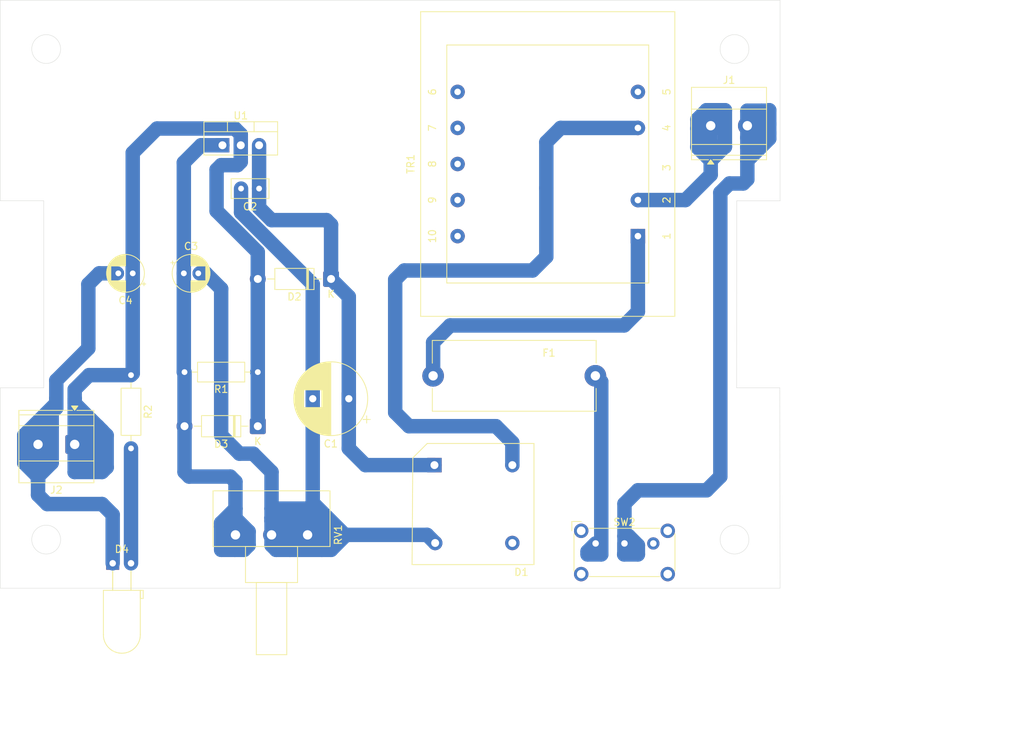
<source format=kicad_pcb>
(kicad_pcb (version 20241229) (generator "pcbnew") (generator_version "9.0")
  (layers (0 "F.Cu" signal) (2 "B.Cu" signal) (13 "F.Paste" user) (15 "B.Paste" user) (5 "F.SilkS" user "F.Silkscreen") (7 "B.SilkS" user "B.Silkscreen") (1 "F.Mask" user) (3 "B.Mask" user) (25 "Edge.Cuts" user))
  (net 0 "")
  (net 1 "GND")
  (net 2 "Net-(D1-+)")
  (net 3 "Net-(D3-A)")
  (net 4 "+VDC")
  (net 5 "Net-(D1-Pad4)")
  (net 6 "Net-(D1-Pad3)")
  (net 7 "Net-(D4-A)")
  (net 8 "Net-(F1-Pad2)")
  (net 9 "Net-(SW2-B)")
  (net 10 "Net-(J1-Pin_1)")
  (net 11 "Net-(J1-Pin_2)")
  (footprint "Fuse:Fuseholder_Cylinder-5x20mm_Schurter_0031_8201_Horizontal_Open" (layer "F.Cu") (at 182.7 110.49 180)
    (property "Reference" "F1" (at 6.44 3.17 0) (layer "F.SilkS"))
    (property "Value" "Fuse")
    (pad "" np_thru_hole circle (at 11.25 0 180) (size 2.7 2.7) (drill 2.7) (layers "*.Cu" "*.Mask"))
    (pad "1" thru_hole circle (at 0 0 180) (size 3 3) (drill 1.3) (layers "*.Cu" "*.Mask") (net 9 "Net-(SW2-B)"))
    (pad "2" thru_hole circle (at 22.5 0 180) (size 3 3) (drill 1.3) (layers "*.Cu" "*.Mask") (net 8 "Net-(F1-Pad2)"))
  )
  (footprint "Transformer_THT:Transformer_Breve_TEZ-35x42" (layer "F.Cu") (at 188.595 91.12 90)
    (property "Reference" "TR1" (at 10 -31.5 90) (layer "F.SilkS"))
    (property "Value" "35-40V 2A")
    (fp_text user "3" (at 9.5 4 90) (layer "F.SilkS"))
    (fp_text user "1" (at 0 4 90) (layer "F.SilkS"))
    (fp_text user "4" (at 15 4 90) (layer "F.SilkS"))
    (fp_text user "7" (at 15 -28.5 90) (layer "F.SilkS"))
    (fp_text user "9" (at 5 -28.5 90) (layer "F.SilkS"))
    (fp_text user "8" (at 10 -28.5 90) (layer "F.SilkS"))
    (fp_text user "5" (at 20 4 90) (layer "F.SilkS"))
    (fp_text user "10" (at 0 -28.5 90) (layer "F.SilkS"))
    (fp_text user "2" (at 5 4 90) (layer "F.SilkS"))
    (fp_text user "6" (at 20 -28.5 90) (layer "F.SilkS"))
    (pad "1" thru_hole rect (at 0 0 90) (size 2 2) (drill 0.9) (layers "*.Cu" "*.Mask") (net 8 "Net-(F1-Pad2)"))
    (pad "2" thru_hole circle (at 5 0 90) (size 2 2) (drill 0.9) (layers "*.Cu" "*.Mask") (net 10 "Net-(J1-Pin_1)"))
    (pad "4" thru_hole circle (at 15 0 90) (size 2 2) (drill 0.9) (layers "*.Cu" "*.Mask") (net 5 "Net-(D1-Pad4)"))
    (pad "5" thru_hole circle (at 20 0 90) (size 2 2) (drill 0.9) (layers "*.Cu" "*.Mask"))
    (pad "6" thru_hole circle (at 20 -25 90) (size 2 2) (drill 0.9) (layers "*.Cu" "*.Mask"))
    (pad "7" thru_hole circle (at 15 -25 90) (size 2 2) (drill 0.9) (layers "*.Cu" "*.Mask"))
    (pad "8" thru_hole circle (at 10 -25 90) (size 2 2) (drill 0.9) (layers "*.Cu" "*.Mask"))
    (pad "9" thru_hole circle (at 5 -25 90) (size 2 2) (drill 0.9) (layers "*.Cu" "*.Mask"))
    (pad "10" thru_hole circle (at 0 -25 90) (size 2 2) (drill 0.9) (layers "*.Cu" "*.Mask"))
  )
  (footprint "Resistor_THT:R_Axial_DIN0207_L6.3mm_D2.5mm_P10.16mm_Horizontal" (layer "F.Cu") (at 135.89 109.975 180)
    (property "Reference" "R1" (at 5.08 -2.37 0) (layer "F.SilkS"))
    (property "Value" "220R")
    (pad "1" thru_hole circle (at 0 0 180) (size 1.6 1.6) (drill 0.8) (layers "*.Cu" "*.Mask") (net 4 "+VDC"))
    (pad "2" thru_hole circle (at 10.16 0 180) (size 1.6 1.6) (drill 0.8) (layers "*.Cu" "*.Mask") (net 3 "Net-(D3-A)"))
  )
  (footprint "Capacitor_THT:C_Disc_D5.0mm_W2.5mm_P2.50mm" (layer "F.Cu") (at 136.07 84.527112 180)
    (property "Reference" "C2" (at 1.25 -2.5 0) (layer "F.SilkS"))
    (property "Value" "100nF")
    (pad "1" thru_hole circle (at 0 0 180) (size 1.6 1.6) (drill 0.8) (layers "*.Cu" "*.Mask") (net 2 "Net-(D1-+)"))
    (pad "2" thru_hole circle (at 2.5 0 180) (size 1.6 1.6) (drill 0.8) (layers "*.Cu" "*.Mask") (net 1 "GND"))
  )
  (footprint "Capacitor_THT:CP_Radial_D5.0mm_P2.00mm" (layer "F.Cu") (at 125.635 96.28)
    (property "Reference" "C3" (at 1 -3.75 0) (layer "F.SilkS"))
    (property "Value" "10uF")
    (pad "1" thru_hole roundrect (at 0 0) (size 1.6 1.6) (drill 0.8) (layers "*.Cu" "*.Mask") (roundrect_rratio 0.15625) (net 3 "Net-(D3-A)"))
    (pad "2" thru_hole circle (at 2 0) (size 1.6 1.6) (drill 0.8) (layers "*.Cu" "*.Mask") (net 1 "GND"))
  )
  (footprint "Capacitor_THT:CP_Radial_D5.0mm_P2.00mm" (layer "F.Cu") (at 118.55 96.28 180)
    (property "Reference" "C4" (at 1 -3.75 0) (layer "F.SilkS"))
    (property "Value" "10uF 50V")
    (pad "1" thru_hole roundrect (at 0 0 180) (size 1.6 1.6) (drill 0.8) (layers "*.Cu" "*.Mask") (roundrect_rratio 0.15625) (net 4 "+VDC"))
    (pad "2" thru_hole circle (at 2 0 180) (size 1.6 1.6) (drill 0.8) (layers "*.Cu" "*.Mask") (net 1 "GND"))
  )
  (footprint "TerminalBlock_Phoenix:TerminalBlock_Phoenix_MKDS-1,5-2-5.08_1x02_P5.08mm_Horizontal" (layer "F.Cu") (at 110.5 120 180)
    (property "Reference" "J2" (at 2.54 -6.32 0) (layer "F.SilkS"))
    (property "Value" "1,5-30V 1,5A")
    (pad "1" thru_hole roundrect (at 0 0 180) (size 2.6 2.6) (drill 1.3) (layers "*.Cu" "*.Mask") (roundrect_rratio 0.096154) (net 4 "+VDC"))
    (pad "2" thru_hole circle (at 5.08 0 180) (size 2.6 2.6) (drill 1.3) (layers "*.Cu" "*.Mask") (net 1 "GND"))
  )
  (footprint "Diode_THT:Diode_Bridge_16.7x16.7x6.3mm_P10.8mm" (layer "F.Cu") (at 160.385 122.87)
    (property "Reference" "D1" (at 12.05 14.85 180) (layer "F.SilkS"))
    (property "Value" "MDB6S")
    (pad "1" thru_hole rect (at 0 0 180) (size 2 2) (drill 1.1) (layers "*.Cu" "*.Mask") (net 2 "Net-(D1-+)"))
    (pad "2" thru_hole circle (at 0.1 10.8 180) (size 2 2) (drill 1.1) (layers "*.Cu" "*.Mask") (net 1 "GND"))
    (pad "3" thru_hole circle (at 10.8 10.8 180) (size 2 2) (drill 1.1) (layers "*.Cu" "*.Mask") (net 6 "Net-(D1-Pad3)"))
    (pad "4" thru_hole circle (at 10.8 0 180) (size 2 2) (drill 1.1) (layers "*.Cu" "*.Mask") (net 5 "Net-(D1-Pad4)"))
  )
  (footprint "Diode_THT:D_DO-41_SOD81_P10.16mm_Horizontal" (layer "F.Cu") (at 135.89 117.475 180)
    (property "Reference" "D3" (at 5.08 -2.47 0) (layer "F.SilkS"))
    (property "Value" "1N4002")
    (fp_text user "K" (at 0 -2.1 0) (layer "F.SilkS"))
    (pad "1" thru_hole roundrect (at 0 0 180) (size 2.2 2.2) (drill 1.1) (layers "*.Cu" "*.Mask") (roundrect_rratio 0.113636) (net 4 "+VDC"))
    (pad "2" thru_hole circle (at 10.16 0 180) (size 2.2 2.2) (drill 1.1) (layers "*.Cu" "*.Mask") (net 3 "Net-(D3-A)"))
  )
  (footprint "Button_Switch_THT:SW_E-Switch_EG1224_SPDT_Angled" (layer "F.Cu") (at 182.7325 133.7325)
    (property "Reference" "SW2" (at 4 -2.95 0) (layer "F.SilkS"))
    (property "Value" "SW_SPST")
    (pad "" thru_hole circle (at -2 -1.75) (size 2 2) (drill 1.2) (layers "*.Cu" "*.Mask"))
    (pad "" thru_hole circle (at -2 4.25) (size 2 2) (drill 1.2) (layers "*.Cu" "*.Mask"))
    (pad "" thru_hole circle (at 10 -1.75) (size 2 2) (drill 1.2) (layers "*.Cu" "*.Mask"))
    (pad "" thru_hole circle (at 10 4.25) (size 2 2) (drill 1.2) (layers "*.Cu" "*.Mask"))
    (pad "1" thru_hole circle (at 0 0) (size 1.7 1.7) (drill 0.9) (layers "*.Cu" "*.Mask") (net 9 "Net-(SW2-B)"))
    (pad "2" thru_hole circle (at 4 0) (size 1.7 1.7) (drill 0.9) (layers "*.Cu" "*.Mask") (net 11 "Net-(J1-Pin_2)"))
    (pad "3" thru_hole circle (at 8 0) (size 1.7 1.7) (drill 0.9) (layers "*.Cu" "*.Mask"))
  )
  (footprint "Package_TO_SOT_THT:TO-220-3_Vertical" (layer "F.Cu") (at 130.99 78.52)
    (property "Reference" "U1" (at 2.54 -4.1 0) (layer "F.SilkS"))
    (property "Value" "LM317_TO-220")
    (pad "1" thru_hole rect (at 0 0) (size 1.905 2) (drill 1.1) (layers "*.Cu" "*.Mask") (net 3 "Net-(D3-A)"))
    (pad "2" thru_hole oval (at 2.54 0) (size 1.905 2) (drill 1.1) (layers "*.Cu" "*.Mask") (net 4 "+VDC"))
    (pad "3" thru_hole oval (at 5.08 0) (size 1.905 2) (drill 1.1) (layers "*.Cu" "*.Mask") (net 2 "Net-(D1-+)"))
  )
  (footprint "Resistor_THT:R_Axial_DIN0207_L6.3mm_D2.5mm_P10.16mm_Horizontal" (layer "F.Cu") (at 118.31 110.395 -90)
    (property "Reference" "R2" (at 5.08 -2.37 90) (layer "F.SilkS"))
    (property "Value" "1K")
    (pad "1" thru_hole circle (at 0 0 270) (size 1.6 1.6) (drill 0.8) (layers "*.Cu" "*.Mask") (net 4 "+VDC"))
    (pad "2" thru_hole circle (at 10.16 0 270) (size 1.6 1.6) (drill 0.8) (layers "*.Cu" "*.Mask") (net 7 "Net-(D4-A)"))
  )
  (footprint "Diode_THT:D_DO-41_SOD81_P10.16mm_Horizontal" (layer "F.Cu") (at 146.05 97.06 180)
    (property "Reference" "D2" (at 5.08 -2.47 0) (layer "F.SilkS"))
    (property "Value" "1N4002")
    (fp_text user "K" (at 0 -2.1 0) (layer "F.SilkS"))
    (pad "1" thru_hole roundrect (at 0 0 180) (size 2.2 2.2) (drill 1.1) (layers "*.Cu" "*.Mask") (roundrect_rratio 0.113636) (net 2 "Net-(D1-+)"))
    (pad "2" thru_hole circle (at 10.16 0 180) (size 2.2 2.2) (drill 1.1) (layers "*.Cu" "*.Mask") (net 4 "+VDC"))
  )
  (footprint "Capacitor_THT:CP_Radial_D10.0mm_P5.00mm" (layer "F.Cu") (at 148.51 113.665 180)
    (property "Reference" "C1" (at 2.5 -6.25 0) (layer "F.SilkS"))
    (property "Value" "2200uF 63V")
    (pad "1" thru_hole roundrect (at 0 0 180) (size 2 2) (drill 1) (layers "*.Cu" "*.Mask") (roundrect_rratio 0.125) (net 2 "Net-(D1-+)"))
    (pad "2" thru_hole circle (at 5 0 180) (size 2 2) (drill 1) (layers "*.Cu" "*.Mask") (net 1 "GND"))
  )
  (footprint "Potentiometer_THT:Potentiometer_Piher_T-16H_Single_Horizontal" (layer "F.Cu") (at 132.795 132.545 -90)
    (property "Reference" "RV1" (at 0 -14.25 90) (layer "F.SilkS"))
    (property "Value" "5K")
    (pad "1" thru_hole circle (at 0 0 270) (size 2.34 2.34) (drill 1.3) (layers "*.Cu" "*.Mask") (net 3 "Net-(D3-A)"))
    (pad "2" thru_hole circle (at 0 -5 270) (size 2.34 2.34) (drill 1.3) (layers "*.Cu" "*.Mask") (net 1 "GND"))
    (pad "3" thru_hole circle (at 0 -10 270) (size 2.34 2.34) (drill 1.3) (layers "*.Cu" "*.Mask") (net 1 "GND"))
  )
  (footprint "LED_THT:LED_D5.0mm_Horizontal_O3.81mm_Z9.0mm" (layer "F.Cu") (at 115.77 136.485)
    (property "Reference" "D4" (at 1.27 -1.96 0) (layer "F.SilkS"))
    (property "Value" "LED")
    (pad "1" thru_hole rect (at 0 0) (size 1.8 1.8) (drill 0.9) (layers "*.Cu" "*.Mask") (net 1 "GND"))
    (pad "2" thru_hole circle (at 2.54 0) (size 1.8 1.8) (drill 0.9) (layers "*.Cu" "*.Mask") (net 7 "Net-(D4-A)"))
  )
  (footprint "TerminalBlock_Phoenix:TerminalBlock_Phoenix_MKDS-1,5-2-5.08_1x02_P5.08mm_Horizontal" (layer "F.Cu") (at 198.69 75.81)
    (property "Reference" "J1" (at 2.54 -6.32 0) (layer "F.SilkS"))
    (property "Value" "220V")
    (pad "1" thru_hole roundrect (at 0 0) (size 2.6 2.6) (drill 1.3) (layers "*.Cu" "*.Mask") (roundrect_rratio 0.096154) (net 10 "Net-(J1-Pin_1)"))
    (pad "2" thru_hole circle (at 5.08 0) (size 2.6 2.6) (drill 1.3) (layers "*.Cu" "*.Mask") (net 11 "Net-(J1-Pin_2)"))
  )
  (gr_circle (center 106.55 65.18) (end 108.55 65.18) (stroke (width 0.05)) (fill no) (layer "Edge.Cuts"))
  (gr_line (start 202.3 86.23) (end 202.28 112.16) (stroke (width 0.05)) (layer "Edge.Cuts"))
  (gr_line (start 208.305 86.23) (end 202.3 86.23) (stroke (width 0.05)) (layer "Edge.Cuts"))
  (gr_circle (center 106.55 133.2) (end 108.55 133.2) (stroke (width 0.05)) (fill no) (layer "Edge.Cuts"))
  (gr_line (start 100.195 58.43) (end 100.195 86.22) (stroke (width 0.05)) (layer "Edge.Cuts"))
  (gr_line (start 106.2 86.22) (end 106.22 112.16) (stroke (width 0.05)) (layer "Edge.Cuts"))
  (gr_line (start 100.195 58.43) (end 208.305 58.43) (stroke (width 0.05)) (layer "Edge.Cuts"))
  (gr_line (start 202.28 112.16) (end 208.28 112.16) (stroke (width 0.05)) (layer "Edge.Cuts"))
  (gr_line (start 208.28 112.16) (end 208.305 139.93) (stroke (width 0.05)) (layer "Edge.Cuts"))
  (gr_line (start 208.305 139.93) (end 100.195 139.93) (stroke (width 0.05)) (layer "Edge.Cuts"))
  (gr_line (start 208.305 86.23) (end 208.305 58.43) (stroke (width 0.05)) (layer "Edge.Cuts"))
  (gr_line (start 100.195 86.22) (end 106.2 86.22) (stroke (width 0.05)) (layer "Edge.Cuts"))
  (gr_line (start 106.22 112.16) (end 100.195 112.16) (stroke (width 0.05)) (layer "Edge.Cuts"))
  (gr_line (start 100.195 139.93) (end 100.195 112.16) (stroke (width 0.05)) (layer "Edge.Cuts"))
  (gr_circle (center 201.99 133.2) (end 203.99 133.2) (stroke (width 0.05)) (fill no) (layer "Edge.Cuts"))
  (gr_circle (center 201.99 65.18) (end 203.99 65.18) (stroke (width 0.05)) (fill no) (layer "Edge.Cuts"))
  (segment (start 143.51 97.79) (end 143.51 113.665) (width 2) (layer "B.Cu") (net 1))
  (segment (start 130.81 118.745) (end 130.81 98.425) (width 2) (layer "B.Cu") (net 1))
  (segment (start 142.875 128.905) (end 143.51 128.27) (width 2) (layer "B.Cu") (net 1))
  (segment (start 107.315 117.475) (end 107.315 115.57) (width 2) (layer "B.Cu") (net 1))
  (segment (start 105.42 124.46) (end 105.41 124.46) (width 2) (layer "B.Cu") (net 1))
  (segment (start 142.795 132.545) (end 146.05 132.545) (width 2) (layer "B.Cu") (net 1))
  (segment (start 142.795 132.545) (end 140.97 132.545) (width 2) (layer "B.Cu") (net 1))
  (segment (start 138.43 133.815) (end 139.7 132.545) (width 2) (layer "B.Cu") (net 1))
  (segment (start 140.97 132.545) (end 139.7 132.545) (width 2) (layer "B.Cu") (net 1))
  (segment (start 143.51 130.005) (end 141.8375 131.6775) (width 2) (layer "B.Cu") (net 1))
  (segment (start 137.795 132.545) (end 137.795 130.175) (width 2) (layer "B.Cu") (net 1))
  (segment (start 140.97 132.545) (end 140.97 133.985) (width 2) (layer "B.Cu") (net 1))
  (segment (start 105.42 124.47) (end 105.42 125.095) (width 2) (layer "B.Cu") (net 1))
  (segment (start 140.97 133.985) (end 140.335 134.62) (width 2) (layer "B.Cu") (net 1))
  (segment (start 105.42 127.01) (end 105.42 125.095) (width 2) (layer "B.Cu") (net 1))
  (segment (start 107.95 111.125) (end 112.395 106.68) (width 2) (layer "B.Cu") (net 1))
  (segment (start 105.41 124.46) (end 103.505 122.555) (width 2) (layer "B.Cu") (net 1))
  (segment (start 140.335 134.62) (end 138.43 134.62) (width 2) (layer "B.Cu") (net 1))
  (segment (start 130.81 98.425) (end 128.665 96.28) (width 2) (layer "B.Cu") (net 1))
  (segment (start 106.3625 116.5225) (end 107.315 117.475) (width 2) (layer "B.Cu") (net 1))
  (segment (start 143.51 129.54) (end 143.51 130.005) (width 2) (layer "B.Cu") (net 1))
  (segment (start 107.315 117.475) (end 107.315 122.555) (width 2) (layer "B.Cu") (net 1))
  (segment (start 103.505 118.745) (end 103.505 122.555) (width 2) (layer "B.Cu") (net 1))
  (segment (start 105.42 117.465) (end 106.3625 116.5225) (width 2) (layer "B.Cu") (net 1))
  (segment (start 141.8375 131.6775) (end 140.97 132.545) (width 2) (layer "B.Cu") (net 1))
  (segment (start 106.68 128.27) (end 105.42 127.01) (width 2) (layer "B.Cu") (net 1))
  (segment (start 113.905 96.28) (end 116.349 96.28) (width 2) (layer "B.Cu") (net 1))
  (segment (start 105.42 125.095) (end 105.42 124.46) (width 2) (layer "B.Cu") (net 1))
  (segment (start 140.97 133.985) (end 141.355 133.985) (width 2) (layer "B.Cu") (net 1))
  (segment (start 105.42 118.11) (end 104.14 118.11) (width 2) (layer "B.Cu") (net 1))
  (segment (start 143.51 128.27) (end 143.51 129.54) (width 2) (layer "B.Cu") (net 1))
  (segment (start 104.14 118.11) (end 103.505 118.745) (width 2) (layer "B.Cu") (net 1))
  (segment (start 128.665 96.28) (end 127.836 96.28) (width 2) (layer "B.Cu") (net 1))
  (segment (start 137.795 133.985) (end 137.795 132.545) (width 2) (layer "B.Cu") (net 1))
  (segment (start 143.51 130.005) (end 146.05 132.545) (width 2) (layer "B.Cu") (net 1))
  (segment (start 137.795 128.905) (end 137.795 123.825) (width 2) (layer "B.Cu") (net 1))
  (segment (start 138.43 134.62) (end 138.43 133.815) (width 2) (layer "B.Cu") (net 1))
  (segment (start 143.51 129.54) (end 143.51 131.83) (width 2) (layer "B.Cu") (net 1))
  (segment (start 107.315 115.57) (end 107.95 114.935) (width 2) (layer "B.Cu") (net 1))
  (segment (start 143.51 131.83) (end 142.795 132.545) (width 2) (layer "B.Cu") (net 1))
  (segment (start 143.51 128.27) (end 143.68 128.27) (width 2) (layer "B.Cu") (net 1))
  (segment (start 142.795 132.545) (end 144.78 134.53) (width 2) (layer "B.Cu") (net 1))
  (segment (start 112.395 106.68) (end 112.395 97.79) (width 2) (layer "B.Cu") (net 1))
  (segment (start 115.77 129.74) (end 114.3 128.27) (width 2) (layer "B.Cu") (net 1))
  (segment (start 105.42 124.46) (end 105.42 124.45) (width 2) (layer "B.Cu") (net 1))
  (segment (start 137.795 130.64) (end 139.7 132.545) (width 2) (layer "B.Cu") (net 1))
  (segment (start 105.42 118.11) (end 105.42 117.465) (width 2) (layer "B.Cu") (net 1))
  (segment (start 137.795 130.175) (end 137.795 130.64) (width 2) (layer "B.Cu") (net 1))
  (segment (start 137.795 130.175) (end 137.795 128.905) (width 2) (layer "B.Cu") (net 1))
  (segment (start 144.78 134.53) (end 144.78 134.62) (width 2) (layer "B.Cu") (net 1))
  (segment (start 115.77 136.485) (end 115.77 129.74) (width 2) (layer "B.Cu") (net 1))
  (segment (start 137.795 128.905) (end 142.875 128.905) (width 2) (layer "B.Cu") (net 1))
  (segment (start 139.235 129.54) (end 138.6 130.175) (width 2) (layer "B.Cu") (net 1))
  (segment (start 143.68 128.27) (end 147.955 132.545) (width 2) (layer "B.Cu") (net 1))
  (segment (start 133.57 87.85) (end 143.51 97.79) (width 2) (layer "B.Cu") (net 1))
  (segment (start 143.51 129.54) (end 139.235 129.54) (width 2) (layer "B.Cu") (net 1))
  (segment (start 147.955 132.545) (end 147.955 132.715) (width 2) (layer "B.Cu") (net 1))
  (segment (start 143.51 113.665) (end 143.51 128.27) (width 2) (layer "B.Cu") (net 1))
  (segment (start 147.955 132.715) (end 146.05 134.62) (width 2) (layer "B.Cu") (net 1))
  (segment (start 112.395 97.79) (end 113.905 96.28) (width 2) (layer "B.Cu") (net 1))
  (segment (start 141.355 133.985) (end 142.795 132.545) (width 2) (layer "B.Cu") (net 1))
  (segment (start 133.35 121.285) (end 130.81 118.745) (width 2) (layer "B.Cu") (net 1))
  (segment (start 106.3625 116.5225) (end 107.95 114.935) (width 2) (layer "B.Cu") (net 1))
  (segment (start 146.05 132.545) (end 146.05 134.62) (width 2) (layer "B.Cu") (net 1))
  (segment (start 139.235 129.54) (end 139.7 129.54) (width 2) (layer "B.Cu") (net 1))
  (segment (start 147.955 132.545) (end 159.36 132.545) (width 2) (layer "B.Cu") (net 1))
  (segment (start 114.3 128.27) (end 106.68 128.27) (width 2) (layer "B.Cu") (net 1))
  (segment (start 138.43 134.62) (end 137.795 133.985) (width 2) (layer "B.Cu") (net 1))
  (segment (start 105.42 120) (end 105.42 118.11) (width 2) (layer "B.Cu") (net 1))
  (segment (start 107.95 114.935) (end 107.95 113.665) (width 2) (layer "B.Cu") (net 1))
  (segment (start 139.7 129.54) (end 141.8375 131.6775) (width 2) (layer "B.Cu") (net 1))
  (segment (start 146.05 134.62) (end 144.78 134.62) (width 2) (layer "B.Cu") (net 1))
  (segment (start 144.78 134.62) (end 140.335 134.62) (width 2) (layer "B.Cu") (net 1))
  (segment (start 137.795 130.175) (end 138.6 130.175) (width 2) (layer "B.Cu") (net 1))
  (segment (start 103.505 118.745) (end 107.95 114.3) (width 2) (layer "B.Cu") (net 1))
  (segment (start 137.795 123.825) (end 135.255 121.285) (width 2) (layer "B.Cu") (net 1))
  (segment (start 139.7 132.545) (end 137.795 132.545) (width 2) (layer "B.Cu") (net 1))
  (segment (start 103.505 122.555) (end 105.42 124.47) (width 2) (layer "B.Cu") (net 1))
  (segment (start 135.255 121.285) (end 133.35 121.285) (width 2) (layer "B.Cu") (net 1))
  (segment (start 138.6 130.175) (end 140.97 132.545) (width 2) (layer "B.Cu") (net 1))
  (segment (start 107.95 114.3) (end 107.95 113.665) (width 2) (layer "B.Cu") (net 1))
  (segment (start 146.05 132.545) (end 147.955 132.545) (width 2) (layer "B.Cu") (net 1))
  (segment (start 105.42 124.46) (end 105.42 120) (width 2) (layer "B.Cu") (net 1))
  (segment (start 133.57 84.527112) (end 133.57 87.85) (width 2) (layer "B.Cu") (net 1))
  (segment (start 107.95 113.665) (end 107.95 111.125) (width 2) (layer "B.Cu") (net 1))
  (segment (start 159.36 132.545) (end 160.485 133.67) (width 2) (layer "B.Cu") (net 1))
  (segment (start 105.42 124.45) (end 107.315 122.555) (width 2) (layer "B.Cu") (net 1))
  (segment (start 146.05 97.06) (end 146.05 89.535) (width 2) (layer "B.Cu") (net 2))
  (segment (start 150.81 122.87) (end 148.51 120.57) (width 2) (layer "B.Cu") (net 2))
  (segment (start 136.07 84.527112) (end 136.07 78.52) (width 2) (layer "B.Cu") (net 2))
  (segment (start 148.51 120.57) (end 148.51 113.665) (width 2) (layer "B.Cu") (net 2))
  (segment (start 148.51 99.52) (end 146.05 97.06) (width 2) (layer "B.Cu") (net 2))
  (segment (start 145.415 88.9) (end 137.795 88.9) (width 2) (layer "B.Cu") (net 2))
  (segment (start 137.795 88.9) (end 136.07 87.175) (width 2) (layer "B.Cu") (net 2))
  (segment (start 146.05 89.535) (end 145.415 88.9) (width 2) (layer "B.Cu") (net 2))
  (segment (start 160.385 122.87) (end 150.81 122.87) (width 2) (layer "B.Cu") (net 2))
  (segment (start 136.07 87.175) (end 136.07 84.527112) (width 2) (layer "B.Cu") (net 2))
  (segment (start 148.51 113.665) (end 148.51 99.52) (width 2) (layer "B.Cu") (net 2))
  (segment (start 125.65 109.975) (end 125.634 109.959) (width 2) (layer "B.Cu") (net 3))
  (segment (start 132.08 124.46) (end 126.365 124.46) (width 2) (layer "B.Cu") (net 3))
  (segment (start 132.715 134.62) (end 133.985 134.62) (width 2) (layer "B.Cu") (net 3))
  (segment (start 130.81 131.445) (end 130.81 130.89) (width 2) (layer "B.Cu") (net 3))
  (segment (start 125.635 80.9225) (end 125.635 96.28) (width 2) (layer "B.Cu") (net 3))
  (segment (start 130.81 134.62) (end 132.715 134.62) (width 2) (layer "B.Cu") (net 3))
  (segment (start 132.715 134.62) (end 132.715 132.625) (width 2) (layer "B.Cu") (net 3))
  (segment (start 130.81 131.445) (end 131.91 132.545) (width 2) (layer "B.Cu") (net 3))
  (segment (start 130.81 130.89) (end 130.81 134.62) (width 2) (layer "B.Cu") (net 3))
  (segment (start 132.795 130.175) (end 132.08 130.175) (width 2) (layer "B.Cu") (net 3))
  (segment (start 125.73 117.475) (end 125.73 109.975) (width 2) (layer "B.Cu") (net 3))
  (segment (start 132.715 132.625) (end 132.795 132.545) (width 2) (layer "B.Cu") (net 3))
  (segment (start 132.08 130.175) (end 130.81 131.445) (width 2) (layer "B.Cu") (net 3))
  (segment (start 130.99 78.52) (end 128.0375 78.52) (width 2) (layer "B.Cu") (net 3))
  (segment (start 125.73 123.825) (end 125.73 117.475) (width 2) (layer "B.Cu") (net 3))
  (segment (start 133.985 134.62) (end 134.62 133.985) (width 2) (layer "B.Cu") (net 3))
  (segment (start 132.795 130.175) (end 132.795 128.905) (width 2) (layer "B.Cu") (net 3))
  (segment (start 132.795 130.255) (end 134.62 132.08) (width 2) (layer "B.Cu") (net 3))
  (segment (start 130.81 130.89) (end 132.795 128.905) (width 2) (layer "B.Cu") (net 3))
  (segment (start 132.795 125.175) (end 132.08 124.46) (width 2) (layer "B.Cu") (net 3))
  (segment (start 128.0375 78.52) (end 125.635 80.9225) (width 2) (layer "B.Cu") (net 3))
  (segment (start 132.795 128.905) (end 132.795 125.175) (width 2) (layer "B.Cu") (net 3))
  (segment (start 125.634 109.959) (end 125.634 96.28) (width 2) (layer "B.Cu") (net 3))
  (segment (start 132.795 132.545) (end 132.795 130.175) (width 2) (layer "B.Cu") (net 3))
  (segment (start 134.62 132.08) (end 134.62 133.985) (width 2) (layer "B.Cu") (net 3))
  (segment (start 132.795 130.175) (end 132.795 130.255) (width 2) (layer "B.Cu") (net 3))
  (segment (start 126.365 124.46) (end 125.73 123.825) (width 2) (layer "B.Cu") (net 3))
  (segment (start 112.49 110.395) (end 110.5 112.385) (width 2) (layer "B.Cu") (net 4))
  (segment (start 110.5 112.385) (end 110.5 113.665) (width 2) (layer "B.Cu") (net 4))
  (segment (start 112.395 117.475) (end 112.395 121.285) (width 2) (layer "B.Cu") (net 4))
  (segment (start 118.55 96.28) (end 118.55 79.57) (width 2) (layer "B.Cu") (net 4))
  (segment (start 114.935 123.19) (end 114.3 123.825) (width 2) (layer "B.Cu") (net 4))
  (segment (start 113.665 117.475) (end 113.04 117.475) (width 2) (layer "B.Cu") (net 4))
  (segment (start 110.5 113.665) (end 110.5 114.935) (width 2) (layer "B.Cu") (net 4))
  (segment (start 113.665 119.38) (end 113.03 120.015) (width 2) (layer "B.Cu") (net 4))
  (segment (start 110.49 123.825) (end 110.5 123.815) (width 2) (layer "B.Cu") (net 4))
  (segment (start 113.665 117.475) (end 114.3 118.11) (width 2) (layer "B.Cu") (net 4))
  (segment (start 113.03 120.015) (end 113.03 121.92) (width 2) (layer "B.Cu") (net 4))
  (segment (start 113.03 122.555) (end 110.5 122.555) (width 2) (layer "B.Cu") (net 4))
  (segment (start 110.5 122.555) (end 110.5 120) (width 2) (layer "B.Cu") (net 4))
  (segment (start 112.395 121.285) (end 113.03 121.92) (width 2) (layer "B.Cu") (net 4))
  (segment (start 135.89 117.475) (end 135.89 109.975) (width 2) (layer "B.Cu") (net 4))
  (segment (start 110.5 114.935) (end 110.5 117.475) (width 2) (layer "B.Cu") (net 4))
  (segment (start 110.5 117.475) (end 110.5 120) (width 2) (layer "B.Cu") (net 4))
  (segment (start 113.04 117.475) (end 110.5 114.935) (width 2) (layer "B.Cu") (net 4))
  (segment (start 113.665 123.19) (end 113.03 122.555) (width 2) (layer "B.Cu") (net 4))
  (segment (start 114.3 123.825) (end 110.49 123.825) (width 2) (layer "B.Cu") (net 4))
  (segment (start 135.89 109.895) (end 135.81 109.975) (width 2) (layer "B.Cu") (net 4))
  (segment (start 133.53 80.82273) (end 133.07273 81.28) (width 2) (layer "B.Cu") (net 4))
  (segment (start 110.5 123.815) (end 110.5 122.555) (width 2) (layer "B.Cu") (net 4))
  (segment (start 130.81 81.28) (end 130.175 81.915) (width 2) (layer "B.Cu") (net 4))
  (segment (start 110.5 117.475) (end 112.395 117.475) (width 2) (layer "B.Cu") (net 4))
  (segment (start 135.89 97.06) (end 135.89 109.895) (width 2) (layer "B.Cu") (net 4))
  (segment (start 130.175 81.915) (end 130.175 87.63) (width 2) (layer "B.Cu") (net 4))
  (segment (start 133.07273 81.28) (end 130.81 81.28) (width 2) (layer "B.Cu") (net 4))
  (segment (start 130.175 87.63) (end 135.89 93.345) (width 2) (layer "B.Cu") (net 4))
  (segment (start 114.935 123.19) (end 114.3 123.19) (width 2) (layer "B.Cu") (net 4))
  (segment (start 133.53 78.52) (end 133.53 80.82273) (width 2) (layer "B.Cu") (net 4))
  (segment (start 121.92 76.2) (end 132.715 76.2) (width 2) (layer "B.Cu") (net 4))
  (segment (start 112.395 117.475) (end 113.665 117.475) (width 2) (layer "B.Cu") (net 4))
  (segment (start 114.935 118.745) (end 114.935 123.19) (width 2) (layer "B.Cu") (net 4))
  (segment (start 113.03 121.92) (end 114.3 123.19) (width 2) (layer "B.Cu") (net 4))
  (segment (start 110.5 114.31) (end 114.3 118.11) (width 2) (layer "B.Cu") (net 4))
  (segment (start 113.665 117.475) (end 113.665 119.38) (width 2) (layer "B.Cu") (net 4))
  (segment (start 114.3 123.19) (end 113.665 123.19) (width 2) (layer "B.Cu") (net 4))
  (segment (start 135.89 93.345) (end 135.89 97.06) (width 2) (layer "B.Cu") (net 4))
  (segment (start 118.31 110.395) (end 118.551 110.154) (width 2) (layer "B.Cu") (net 4))
  (segment (start 114.3 118.11) (end 114.935 118.745) (width 2) (layer "B.Cu") (net 4))
  (segment (start 132.715 76.2) (end 133.53 77.015) (width 2) (layer "B.Cu") (net 4))
  (segment (start 118.551 110.154) (end 118.551 96.28) (width 2) (layer "B.Cu") (net 4))
  (segment (start 118.31 110.395) (end 112.49 110.395) (width 2) (layer "B.Cu") (net 4))
  (segment (start 118.55 79.57) (end 121.92 76.2) (width 2) (layer "B.Cu") (net 4))
  (segment (start 133.53 77.015) (end 133.53 78.52) (width 2) (layer "B.Cu") (net 4))
  (segment (start 110.5 113.665) (end 110.5 114.31) (width 2) (layer "B.Cu") (net 4))
  (segment (start 175.895 78.105) (end 175.895 84.455) (width 2) (layer "B.Cu") (net 5))
  (segment (start 171.185 119.75) (end 171.185 122.87) (width 2) (layer "B.Cu") (net 5))
  (segment (start 175.895 84.455) (end 175.895 93.98) (width 2) (layer "B.Cu") (net 5))
  (segment (start 156.21 95.885) (end 154.94 97.155) (width 2) (layer "B.Cu") (net 5))
  (segment (start 154.94 97.155) (end 154.94 115.57) (width 2) (layer "B.Cu") (net 5))
  (segment (start 168.91 117.475) (end 171.185 119.75) (width 2) (layer "B.Cu") (net 5))
  (segment (start 173.99 95.885) (end 156.21 95.885) (width 2) (layer "B.Cu") (net 5))
  (segment (start 154.94 115.57) (end 156.845 117.475) (width 2) (layer "B.Cu") (net 5))
  (segment (start 177.88 76.12) (end 188.595 76.12) (width 2) (layer "B.Cu") (net 5))
  (segment (start 156.845 117.475) (end 168.91 117.475) (width 2) (layer "B.Cu") (net 5))
  (segment (start 175.895 93.98) (end 173.99 95.885) (width 2) (layer "B.Cu") (net 5))
  (segment (start 177.88 76.12) (end 175.895 78.105) (width 2) (layer "B.Cu") (net 5))
  (segment (start 118.31 136.485) (end 118.31 120.555) (width 2) (layer "B.Cu") (net 7))
  (segment (start 160.2 105.865) (end 162.56 103.505) (width 2) (layer "B.Cu") (net 8))
  (segment (start 186.69 103.505) (end 188.595 101.6) (width 2) (layer "B.Cu") (net 8))
  (segment (start 160.2 110.49) (end 160.2 105.865) (width 2) (layer "B.Cu") (net 8))
  (segment (start 162.56 103.505) (end 186.69 103.505) (width 2) (layer "B.Cu") (net 8))
  (segment (start 188.595 101.6) (end 188.595 91.12) (width 2) (layer "B.Cu") (net 8))
  (segment (start 181.61 134.855) (end 182.7325 133.7325) (width 2) (layer "B.Cu") (net 9))
  (segment (start 182.7 110.49) (end 183.515 111.305) (width 2) (layer "B.Cu") (net 9))
  (segment (start 183.515 111.305) (end 183.515 135.255) (width 2) (layer "B.Cu") (net 9))
  (segment (start 181.61 135.255) (end 181.61 134.855) (width 2) (layer "B.Cu") (net 9))
  (segment (start 183.515 135.255) (end 181.61 135.255) (width 2) (layer "B.Cu") (net 9))
  (segment (start 198.69 82.615) (end 195.185 86.12) (width 2) (layer "B.Cu") (net 10))
  (segment (start 197.24 75.81) (end 196.85 76.2) (width 2) (layer "B.Cu") (net 10))
  (segment (start 196.85 76.2) (end 196.85 74.93) (width 2) (layer "B.Cu") (net 10))
  (segment (start 200.595 78.74) (end 198.69 80.645) (width 2) (layer "B.Cu") (net 10))
  (segment (start 198.69 78.74) (end 200.66 78.74) (width 2) (layer "B.Cu") (net 10))
  (segment (start 198.69 78.74) (end 198.69 80.645) (width 2) (layer "B.Cu") (net 10))
  (segment (start 196.85 74.93) (end 198.12 73.66) (width 2) (layer "B.Cu") (net 10))
  (segment (start 198.69 75.81) (end 197.24 75.81) (width 2) (layer "B.Cu") (net 10))
  (segment (start 196.85 78.805) (end 198.69 80.645) (width 2) (layer "B.Cu") (net 10))
  (segment (start 196.85 76.2) (end 196.85 78.74) (width 2) (layer "B.Cu") (net 10))
  (segment (start 200.66 78.74) (end 200.595 78.74) (width 2) (layer "B.Cu") (net 10))
  (segment (start 198.12 73.66) (end 198.12 74.93) (width 2) (layer "B.Cu") (net 10))
  (segment (start 198.69 75.81) (end 198.69 78.74) (width 2) (layer "B.Cu") (net 10))
  (segment (start 196.85 78.74) (end 198.055 78.74) (width 2) (layer "B.Cu") (net 10))
  (segment (start 200.66 78.74) (end 200.66 73.66) (width 2) (layer "B.Cu") (net 10))
  (segment (start 198.69 80.645) (end 198.69 82.615) (width 2) (layer "B.Cu") (net 10))
  (segment (start 195.185 86.12) (end 188.595 86.12) (width 2) (layer "B.Cu") (net 10))
  (segment (start 200.66 73.66) (end 198.12 73.66) (width 2) (layer "B.Cu") (net 10))
  (segment (start 196.85 78.74) (end 196.85 78.805) (width 2) (layer "B.Cu") (net 10))
  (segment (start 206.739 73.725) (end 205.74 73.725) (width 2) (layer "B.Cu") (net 11))
  (segment (start 188.595 133.985) (end 187.325 132.715) (width 2) (layer "B.Cu") (net 11))
  (segment (start 204.6325 76.6725) (end 205.6965 76.6725) (width 2) (layer "B.Cu") (net 11))
  (segment (start 203.77 77.47) (end 203.77 75.81) (width 2) (layer "B.Cu") (net 11))
  (segment (start 200.025 124.46) (end 200.025 85.09) (width 2) (layer "B.Cu") (net 11))
  (segment (start 205.6965 76.6725) (end 206.804 75.565) (width 2) (layer "B.Cu") (net 11))
  (segment (start 206.804 77.611) (end 206.804 76.835) (width 2) (layer "B.Cu") (net 11))
  (segment (start 206.169 77.47) (end 205.43 77.47) (width 2) (layer "B.Cu") (net 11))
  (segment (start 188.595 126.365) (end 198.12 126.365) (width 2) (layer "B.Cu") (net 11))
  (segment (start 204.6325 76.6725) (end 205.74 75.565) (width 2) (layer "B.Cu") (net 11))
  (segment (start 204.6325 76.6725) (end 203.77 75.81) (width 2) (layer "B.Cu") (net 11))
  (segment (start 186.7325 133.7325) (end 186.7325 135.2125) (width 2) (layer "B.Cu") (net 11))
  (segment (start 203.77 80.645) (end 206.804 77.611) (width 2) (layer "B.Cu") (net 11))
  (segment (start 206.804 75.565) (end 206.804 73.66) (width 2) (layer "B.Cu") (net 11))
  (segment (start 205.74 73.725) (end 203.77 73.725) (width 2) (layer "B.Cu") (net 11))
  (segment (start 198.12 126.365) (end 200.025 124.46) (width 2) (layer "B.Cu") (net 11))
  (segment (start 186.7325 132.715) (end 186.7325 128.2275) (width 2) (layer "B.Cu") (net 11))
  (segment (start 203.77 80.645) (end 203.77 78.805) (width 2) (layer "B.Cu") (net 11))
  (segment (start 186.7325 132.715) (end 186.7325 135.2125) (width 2) (layer "B.Cu") (net 11))
  (segment (start 206.804 76.835) (end 206.804 75.565) (width 2) (layer "B.Cu") (net 11))
  (segment (start 186.7325 135.2125) (end 186.69 135.255) (width 2) (layer "B.Cu") (net 11))
  (segment (start 205.43 77.47) (end 204.6325 76.6725) (width 2) (layer "B.Cu") (net 11))
  (segment (start 206.804 73.66) (end 206.739 73.725) (width 2) (layer "B.Cu") (net 11))
  (segment (start 206.169 77.47) (end 206.804 76.835) (width 2) (layer "B.Cu") (net 11))
  (segment (start 200.025 85.09) (end 201.295 83.82) (width 2) (layer "B.Cu") (net 11))
  (segment (start 203.77 73.725) (end 203.77 75.81) (width 2) (layer "B.Cu") (net 11))
  (segment (start 203.2 83.82) (end 203.77 83.25) (width 2) (layer "B.Cu") (net 11))
  (segment (start 186.69 135.255) (end 188.595 135.255) (width 2) (layer "B.Cu") (net 11))
  (segment (start 205.74 75.565) (end 205.74 73.725) (width 2) (layer "B.Cu") (net 11))
  (segment (start 201.295 83.82) (end 203.2 83.82) (width 2) (layer "B.Cu") (net 11))
  (segment (start 188.595 135.255) (end 188.595 133.985) (width 2) (layer "B.Cu") (net 11))
  (segment (start 203.77 78.805) (end 203.77 77.47) (width 2) (layer "B.Cu") (net 11))
  (segment (start 203.77 83.25) (end 203.77 80.645) (width 2) (layer "B.Cu") (net 11))
  (segment (start 203.835 78.74) (end 203.77 78.805) (width 2) (layer "B.Cu") (net 11))
  (segment (start 187.325 132.715) (end 186.7325 132.715) (width 2) (layer "B.Cu") (net 11))
  (segment (start 186.7325 128.2275) (end 188.595 126.365) (width 2) (layer "B.Cu") (net 11))
  (segment (start 203.77 77.47) (end 206.169 77.47) (width 2) (layer "B.Cu") (net 11))
)
</source>
